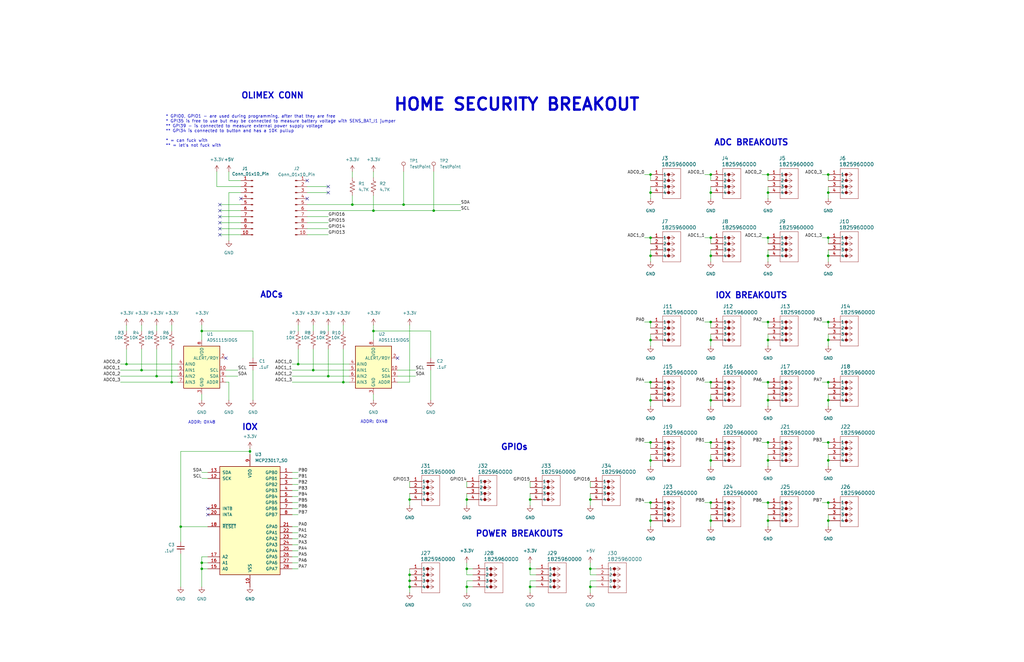
<source format=kicad_sch>
(kicad_sch (version 20250114) (generator "eeschema") (generator_version "9.0")
  (paper "B")
  (title_block (title "Home Security PWA") (date "2026-02-07") (rev "A") (company "Analog Bellwick"))
  (text "GPIOs" (at 211.074 190.246 0) (effects (font (size 2.54 2.54) (thickness 0.508) (bold yes)) (justify left bottom)))
  (text "HOME SECURITY BREAKOUT" (at 217.932 44.196 0) (effects (font (size 5.08 5.08) (thickness 1.016) (bold yes))))
  (text "ADC BREAKOUTS" (at 300.99 61.722 0) (effects (font (size 2.54 2.54) (thickness 0.508) (bold yes)) (justify left bottom)))
  (text "IOX" (at 105.41 180.34 0) (effects (font (size 2.54 2.54) (thickness 0.508) (bold yes))))
  (text "ADDR: 0X48" (at 85.09 178.308 0) (effects (font (size 1.27 1.27))))
  (text "IOX BREAKOUTS" (at 301.498 126.238 0) (effects (font (size 2.54 2.54) (thickness 0.508) (bold yes)) (justify left bottom)))
  (text "OLIMEX CONN" (at 101.6 41.91 0) (effects (font (size 2.54 2.54) (thickness 0.508) (bold yes)) (justify left bottom)))
  (text "POWER BREAKOUTS" (at 200.406 226.822 0) (effects (font (size 2.54 2.54) (thickness 0.508) (bold yes)) (justify left bottom)))
  (text "ADCs" (at 114.554 124.46 0) (effects (font (size 2.54 2.54) (thickness 0.508) (bold yes))))
  (text "ADDR: 0X48" (at 157.734 178.054 0) (effects (font (size 1.27 1.27))))
  (text "* GPIO0, GPIO1 - are used during programming, after that they are free\n* GPI35 is free to use but may be connected to measure battery voltage with SENS_BAT_I1 jumper\n** GPI39 - is connected to measure external power supply voltage\n** GPI34 is connected to button and has a 10K pullup\n\n* = can fuck with\n** = let's not fuck with" (at 69.85 62.23 0) (effects (font (size 1.27 1.27)) (justify left bottom)))
  (junction (at 349.25 143.51))
  (junction (at 323.85 135.89))
  (junction (at 323.85 81.28))
  (junction (at 349.25 107.95))
  (junction (at 274.32 219.71))
  (junction (at 299.72 219.71))
  (junction (at 323.85 73.66))
  (junction (at 323.85 107.95))
  (junction (at 274.32 73.66))
  (junction (at 148.59 86.36))
  (junction (at 349.25 186.69))
  (junction (at 274.32 168.91))
  (junction (at 349.25 161.29))
  (junction (at 299.72 212.09))
  (junction (at 323.85 186.69))
  (junction (at 66.04 158.75))
  (junction (at 299.72 100.33))
  (junction (at 138.43 158.75))
  (junction (at 85.09 237.49))
  (junction (at 172.72 247.65))
  (junction (at 323.85 168.91))
  (junction (at 248.92 247.65))
  (junction (at 349.25 194.31))
  (junction (at 72.39 161.29))
  (junction (at 323.85 194.31))
  (junction (at 323.85 219.71))
  (junction (at 349.25 73.66))
  (junction (at 274.32 194.31))
  (junction (at 299.72 107.95))
  (junction (at 85.09 139.7))
  (junction (at 299.72 186.69))
  (junction (at 274.32 100.33))
  (junction (at 172.72 242.57))
  (junction (at 132.08 156.21))
  (junction (at 299.72 73.66))
  (junction (at 299.72 161.29))
  (junction (at 299.72 168.91))
  (junction (at 144.78 161.29))
  (junction (at 349.25 100.33))
  (junction (at 76.2 222.25))
  (junction (at 349.25 135.89))
  (junction (at 299.72 194.31))
  (junction (at 172.72 245.11))
  (junction (at 105.41 190.5))
  (junction (at 196.85 210.82))
  (junction (at 182.88 88.9))
  (junction (at 248.92 240.03))
  (junction (at 196.85 240.03))
  (junction (at 172.72 210.82))
  (junction (at 53.34 153.67))
  (junction (at 59.69 156.21))
  (junction (at 349.25 168.91))
  (junction (at 323.85 161.29))
  (junction (at 349.25 212.09))
  (junction (at 274.32 186.69))
  (junction (at 157.48 139.7))
  (junction (at 274.32 161.29))
  (junction (at 299.72 135.89))
  (junction (at 323.85 143.51))
  (junction (at 274.32 135.89))
  (junction (at 196.85 247.65))
  (junction (at 349.25 219.71))
  (junction (at 248.92 210.82))
  (junction (at 223.52 240.03))
  (junction (at 299.72 81.28))
  (junction (at 85.09 240.03))
  (junction (at 125.73 153.67))
  (junction (at 170.18 86.36))
  (junction (at 274.32 212.09))
  (junction (at 223.52 210.82))
  (junction (at 223.52 247.65))
  (junction (at 323.85 212.09))
  (junction (at 274.32 107.95))
  (junction (at 274.32 81.28))
  (junction (at 299.72 143.51))
  (junction (at 274.32 143.51))
  (junction (at 323.85 100.33))
  (junction (at 157.48 88.9))
  (junction (at 349.25 81.28))
  (no_connect (at 101.6 83.82))
  (no_connect (at 92.71 88.9))
  (no_connect (at 138.43 78.74))
  (no_connect (at 167.64 151.13))
  (no_connect (at 92.71 91.44))
  (no_connect (at 138.43 81.28))
  (no_connect (at 95.25 151.13))
  (no_connect (at 87.63 214.63))
  (no_connect (at 129.54 76.2))
  (no_connect (at 92.71 96.52))
  (no_connect (at 129.54 83.82))
  (no_connect (at 92.71 86.36))
  (no_connect (at 92.71 93.98))
  (no_connect (at 87.63 217.17))
  (no_connect (at 92.71 99.06))
  (wire (pts (xy 95.25 156.21) (xy 100.33 156.21)))
  (wire (pts (xy 274.32 186.69) (xy 274.32 189.23)))
  (wire (pts (xy 87.63 234.95) (xy 85.09 234.95)))
  (wire (pts (xy 85.09 240.03) (xy 85.09 247.65)))
  (wire (pts (xy 323.85 219.71) (xy 323.85 222.25)))
  (wire (pts (xy 59.69 137.16) (xy 59.69 139.7)))
  (wire (pts (xy 297.18 186.69) (xy 299.72 186.69)))
  (wire (pts (xy 144.78 137.16) (xy 144.78 139.7)))
  (wire (pts (xy 123.19 209.55) (xy 125.73 209.55)))
  (wire (pts (xy 349.25 73.66) (xy 349.25 76.2)))
  (wire (pts (xy 223.52 240.03) (xy 223.52 237.49)))
  (wire (pts (xy 157.48 137.16) (xy 157.48 139.7)))
  (wire (pts (xy 85.09 137.16) (xy 85.09 139.7)))
  (wire (pts (xy 251.46 240.03) (xy 248.92 240.03)))
  (wire (pts (xy 323.85 73.66) (xy 323.85 76.2)))
  (wire (pts (xy 297.18 73.66) (xy 299.72 73.66)))
  (wire (pts (xy 274.32 140.97) (xy 274.32 143.51)))
  (wire (pts (xy 271.78 161.29) (xy 274.32 161.29)))
  (wire (pts (xy 223.52 250.19) (xy 223.52 247.65)))
  (wire (pts (xy 274.32 194.31) (xy 274.32 196.85)))
  (wire (pts (xy 248.92 245.11) (xy 251.46 245.11)))
  (wire (pts (xy 271.78 135.89) (xy 274.32 135.89)))
  (wire (pts (xy 181.61 156.21) (xy 181.61 168.91)))
  (wire (pts (xy 323.85 81.28) (xy 323.85 83.82)))
  (wire (pts (xy 123.19 229.87) (xy 125.73 229.87)))
  (wire (pts (xy 297.18 161.29) (xy 299.72 161.29)))
  (wire (pts (xy 223.52 242.57) (xy 223.52 240.03)))
  (wire (pts (xy 132.08 156.21) (xy 147.32 156.21)))
  (wire (pts (xy 76.2 233.68) (xy 76.2 247.65)))
  (wire (pts (xy 148.59 82.55) (xy 148.59 86.36)))
  (wire (pts (xy 274.32 143.51) (xy 274.32 146.05)))
  (wire (pts (xy 123.19 207.01) (xy 125.73 207.01)))
  (wire (pts (xy 95.25 158.75) (xy 100.33 158.75)))
  (wire (pts (xy 299.72 186.69) (xy 299.72 189.23)))
  (wire (pts (xy 349.25 219.71) (xy 349.25 222.25)))
  (wire (pts (xy 323.85 194.31) (xy 323.85 196.85)))
  (wire (pts (xy 123.19 224.79) (xy 125.73 224.79)))
  (wire (pts (xy 274.32 219.71) (xy 274.32 222.25)))
  (wire (pts (xy 157.48 72.39) (xy 157.48 74.93)))
  (wire (pts (xy 299.72 143.51) (xy 299.72 146.05)))
  (wire (pts (xy 85.09 201.93) (xy 87.63 201.93)))
  (wire (pts (xy 323.85 140.97) (xy 323.85 143.51)))
  (wire (pts (xy 349.25 78.74) (xy 349.25 81.28)))
  (wire (pts (xy 274.32 73.66) (xy 274.32 76.2)))
  (wire (pts (xy 297.18 100.33) (xy 299.72 100.33)))
  (wire (pts (xy 59.69 147.32) (xy 59.69 156.21)))
  (wire (pts (xy 299.72 100.33) (xy 299.72 102.87)))
  (wire (pts (xy 106.68 151.13) (xy 106.68 139.7)))
  (wire (pts (xy 349.25 161.29) (xy 349.25 163.83)))
  (wire (pts (xy 96.52 76.2) (xy 96.52 72.39)))
  (wire (pts (xy 125.73 153.67) (xy 147.32 153.67)))
  (wire (pts (xy 101.6 91.44) (xy 92.71 91.44)))
  (wire (pts (xy 76.2 222.25) (xy 87.63 222.25)))
  (wire (pts (xy 85.09 166.37) (xy 85.09 168.91)))
  (wire (pts (xy 323.85 100.33) (xy 323.85 102.87)))
  (wire (pts (xy 299.72 194.31) (xy 299.72 196.85)))
  (wire (pts (xy 125.73 137.16) (xy 125.73 139.7)))
  (wire (pts (xy 271.78 186.69) (xy 274.32 186.69)))
  (wire (pts (xy 323.85 168.91) (xy 323.85 171.45)))
  (wire (pts (xy 248.92 242.57) (xy 251.46 242.57)))
  (wire (pts (xy 346.71 161.29) (xy 349.25 161.29)))
  (wire (pts (xy 101.6 81.28) (xy 96.52 81.28)))
  (wire (pts (xy 50.8 158.75) (xy 66.04 158.75)))
  (wire (pts (xy 349.25 140.97) (xy 349.25 143.51)))
  (wire (pts (xy 181.61 139.7) (xy 157.48 139.7)))
  (wire (pts (xy 85.09 234.95) (xy 85.09 237.49)))
  (wire (pts (xy 299.72 212.09) (xy 299.72 214.63)))
  (wire (pts (xy 138.43 91.44) (xy 129.54 91.44)))
  (wire (pts (xy 248.92 247.65) (xy 248.92 245.11)))
  (wire (pts (xy 101.6 96.52) (xy 92.71 96.52)))
  (wire (pts (xy 297.18 212.09) (xy 299.72 212.09)))
  (wire (pts (xy 297.18 135.89) (xy 299.72 135.89)))
  (wire (pts (xy 123.19 212.09) (xy 125.73 212.09)))
  (wire (pts (xy 157.48 139.7) (xy 157.48 143.51)))
  (wire (pts (xy 299.72 81.28) (xy 299.72 83.82)))
  (wire (pts (xy 138.43 137.16) (xy 138.43 139.7)))
  (wire (pts (xy 123.19 217.17) (xy 125.73 217.17)))
  (wire (pts (xy 138.43 78.74) (xy 129.54 78.74)))
  (wire (pts (xy 346.71 73.66) (xy 349.25 73.66)))
  (wire (pts (xy 196.85 242.57) (xy 199.39 242.57)))
  (wire (pts (xy 349.25 217.17) (xy 349.25 219.71)))
  (wire (pts (xy 321.31 161.29) (xy 323.85 161.29)))
  (wire (pts (xy 123.19 161.29) (xy 144.78 161.29)))
  (wire (pts (xy 53.34 147.32) (xy 53.34 153.67)))
  (wire (pts (xy 349.25 186.69) (xy 349.25 189.23)))
  (wire (pts (xy 323.85 78.74) (xy 323.85 81.28)))
  (wire (pts (xy 101.6 86.36) (xy 92.71 86.36)))
  (wire (pts (xy 299.72 73.66) (xy 299.72 76.2)))
  (wire (pts (xy 248.92 208.28) (xy 248.92 210.82)))
  (wire (pts (xy 95.25 161.29) (xy 96.52 161.29)))
  (wire (pts (xy 50.8 156.21) (xy 59.69 156.21)))
  (wire (pts (xy 274.32 81.28) (xy 274.32 83.82)))
  (wire (pts (xy 323.85 191.77) (xy 323.85 194.31)))
  (wire (pts (xy 271.78 212.09) (xy 274.32 212.09)))
  (wire (pts (xy 196.85 247.65) (xy 196.85 245.11)))
  (wire (pts (xy 76.2 190.5) (xy 105.41 190.5)))
  (wire (pts (xy 157.48 82.55) (xy 157.48 88.9)))
  (wire (pts (xy 85.09 240.03) (xy 87.63 240.03)))
  (wire (pts (xy 349.25 105.41) (xy 349.25 107.95)))
  (wire (pts (xy 50.8 153.67) (xy 53.34 153.67)))
  (wire (pts (xy 196.85 242.57) (xy 196.85 240.03)))
  (wire (pts (xy 72.39 147.32) (xy 72.39 161.29)))
  (wire (pts (xy 105.41 189.23) (xy 105.41 190.5)))
  (wire (pts (xy 349.25 194.31) (xy 349.25 196.85)))
  (wire (pts (xy 299.72 217.17) (xy 299.72 219.71)))
  (wire (pts (xy 323.85 186.69) (xy 323.85 189.23)))
  (wire (pts (xy 299.72 161.29) (xy 299.72 163.83)))
  (wire (pts (xy 299.72 135.89) (xy 299.72 138.43)))
  (wire (pts (xy 196.85 250.19) (xy 196.85 247.65)))
  (wire (pts (xy 129.54 88.9) (xy 157.48 88.9)))
  (wire (pts (xy 76.2 228.6) (xy 76.2 222.25)))
  (wire (pts (xy 196.85 247.65) (xy 199.39 247.65)))
  (wire (pts (xy 346.71 100.33) (xy 349.25 100.33)))
  (wire (pts (xy 172.72 203.2) (xy 172.72 205.74)))
  (wire (pts (xy 196.85 203.2) (xy 196.85 205.74)))
  (wire (pts (xy 274.32 107.95) (xy 274.32 110.49)))
  (wire (pts (xy 323.85 143.51) (xy 323.85 146.05)))
  (wire (pts (xy 170.18 72.39) (xy 170.18 86.36)))
  (wire (pts (xy 123.19 153.67) (xy 125.73 153.67)))
  (wire (pts (xy 248.92 250.19) (xy 248.92 247.65)))
  (wire (pts (xy 323.85 107.95) (xy 323.85 110.49)))
  (wire (pts (xy 182.88 88.9) (xy 194.31 88.9)))
  (wire (pts (xy 321.31 135.89) (xy 323.85 135.89)))
  (wire (pts (xy 172.72 137.16) (xy 172.72 161.29)))
  (wire (pts (xy 196.85 240.03) (xy 196.85 237.49)))
  (wire (pts (xy 76.2 222.25) (xy 76.2 190.5)))
  (wire (pts (xy 223.52 247.65) (xy 223.52 245.11)))
  (wire (pts (xy 123.19 234.95) (xy 125.73 234.95)))
  (wire (pts (xy 349.25 107.95) (xy 349.25 110.49)))
  (wire (pts (xy 157.48 88.9) (xy 182.88 88.9)))
  (wire (pts (xy 274.32 191.77) (xy 274.32 194.31)))
  (wire (pts (xy 144.78 147.32) (xy 144.78 161.29)))
  (wire (pts (xy 170.18 86.36) (xy 194.31 86.36)))
  (wire (pts (xy 123.19 199.39) (xy 125.73 199.39)))
  (wire (pts (xy 271.78 73.66) (xy 274.32 73.66)))
  (wire (pts (xy 274.32 105.41) (xy 274.32 107.95)))
  (wire (pts (xy 123.19 204.47) (xy 125.73 204.47)))
  (wire (pts (xy 321.31 212.09) (xy 323.85 212.09)))
  (wire (pts (xy 129.54 86.36) (xy 148.59 86.36)))
  (wire (pts (xy 59.69 156.21) (xy 74.93 156.21)))
  (wire (pts (xy 299.72 105.41) (xy 299.72 107.95)))
  (wire (pts (xy 349.25 135.89) (xy 349.25 138.43)))
  (wire (pts (xy 223.52 240.03) (xy 226.06 240.03)))
  (wire (pts (xy 299.72 140.97) (xy 299.72 143.51)))
  (wire (pts (xy 53.34 153.67) (xy 74.93 153.67)))
  (wire (pts (xy 223.52 208.28) (xy 223.52 210.82)))
  (wire (pts (xy 91.44 78.74) (xy 91.44 72.39)))
  (wire (pts (xy 101.6 88.9) (xy 92.71 88.9)))
  (wire (pts (xy 182.88 72.39) (xy 182.88 88.9)))
  (wire (pts (xy 299.72 166.37) (xy 299.72 168.91)))
  (wire (pts (xy 248.92 242.57) (xy 248.92 240.03)))
  (wire (pts (xy 274.32 78.74) (xy 274.32 81.28)))
  (wire (pts (xy 138.43 158.75) (xy 147.32 158.75)))
  (wire (pts (xy 274.32 100.33) (xy 274.32 102.87)))
  (wire (pts (xy 172.72 245.11) (xy 172.72 247.65)))
  (wire (pts (xy 321.31 100.33) (xy 323.85 100.33)))
  (wire (pts (xy 196.85 245.11) (xy 199.39 245.11)))
  (wire (pts (xy 123.19 232.41) (xy 125.73 232.41)))
  (wire (pts (xy 323.85 212.09) (xy 323.85 214.63)))
  (wire (pts (xy 101.6 93.98) (xy 92.71 93.98)))
  (wire (pts (xy 101.6 76.2) (xy 96.52 76.2)))
  (wire (pts (xy 274.32 217.17) (xy 274.32 219.71)))
  (wire (pts (xy 248.92 203.2) (xy 248.92 205.74)))
  (wire (pts (xy 72.39 137.16) (xy 72.39 139.7)))
  (wire (pts (xy 172.72 242.57) (xy 172.72 245.11)))
  (wire (pts (xy 101.6 78.74) (xy 91.44 78.74)))
  (wire (pts (xy 172.72 247.65) (xy 172.72 250.19)))
  (wire (pts (xy 172.72 210.82) (xy 172.72 213.36)))
  (wire (pts (xy 349.25 81.28) (xy 349.25 83.82)))
  (wire (pts (xy 248.92 247.65) (xy 251.46 247.65)))
  (wire (pts (xy 138.43 96.52) (xy 129.54 96.52)))
  (wire (pts (xy 96.52 81.28) (xy 96.52 101.6)))
  (wire (pts (xy 123.19 222.25) (xy 125.73 222.25)))
  (wire (pts (xy 132.08 137.16) (xy 132.08 139.7)))
  (wire (pts (xy 274.32 168.91) (xy 274.32 171.45)))
  (wire (pts (xy 172.72 240.03) (xy 172.72 242.57)))
  (wire (pts (xy 53.34 137.16) (xy 53.34 139.7)))
  (wire (pts (xy 123.19 240.03) (xy 125.73 240.03)))
  (wire (pts (xy 123.19 156.21) (xy 132.08 156.21)))
  (wire (pts (xy 172.72 208.28) (xy 172.72 210.82)))
  (wire (pts (xy 167.64 158.75) (xy 175.26 158.75)))
  (wire (pts (xy 223.52 210.82) (xy 223.52 213.36)))
  (wire (pts (xy 349.25 100.33) (xy 349.25 102.87)))
  (wire (pts (xy 66.04 158.75) (xy 74.93 158.75)))
  (wire (pts (xy 123.19 227.33) (xy 125.73 227.33)))
  (wire (pts (xy 123.19 237.49) (xy 125.73 237.49)))
  (wire (pts (xy 85.09 237.49) (xy 85.09 240.03)))
  (wire (pts (xy 196.85 210.82) (xy 196.85 213.36)))
  (wire (pts (xy 96.52 161.29) (xy 96.52 168.91)))
  (wire (pts (xy 196.85 240.03) (xy 199.39 240.03)))
  (wire (pts (xy 274.32 166.37) (xy 274.32 168.91)))
  (wire (pts (xy 248.92 240.03) (xy 248.92 237.49)))
  (wire (pts (xy 248.92 210.82) (xy 248.92 213.36)))
  (wire (pts (xy 123.19 158.75) (xy 138.43 158.75)))
  (wire (pts (xy 346.71 212.09) (xy 349.25 212.09)))
  (wire (pts (xy 138.43 81.28) (xy 129.54 81.28)))
  (wire (pts (xy 223.52 245.11) (xy 226.06 245.11)))
  (wire (pts (xy 349.25 191.77) (xy 349.25 194.31)))
  (wire (pts (xy 196.85 208.28) (xy 196.85 210.82)))
  (wire (pts (xy 323.85 166.37) (xy 323.85 168.91)))
  (wire (pts (xy 144.78 161.29) (xy 147.32 161.29)))
  (wire (pts (xy 323.85 105.41) (xy 323.85 107.95)))
  (wire (pts (xy 138.43 93.98) (xy 129.54 93.98)))
  (wire (pts (xy 321.31 186.69) (xy 323.85 186.69)))
  (wire (pts (xy 167.64 161.29) (xy 172.72 161.29)))
  (wire (pts (xy 321.31 73.66) (xy 323.85 73.66)))
  (wire (pts (xy 349.25 212.09) (xy 349.25 214.63)))
  (wire (pts (xy 138.43 99.06) (xy 129.54 99.06)))
  (wire (pts (xy 125.73 147.32) (xy 125.73 153.67)))
  (wire (pts (xy 223.52 203.2) (xy 223.52 205.74)))
  (wire (pts (xy 101.6 99.06) (xy 92.71 99.06)))
  (wire (pts (xy 105.41 190.5) (xy 105.41 191.77)))
  (wire (pts (xy 223.52 242.57) (xy 226.06 242.57)))
  (wire (pts (xy 299.72 191.77) (xy 299.72 194.31)))
  (wire (pts (xy 66.04 147.32) (xy 66.04 158.75)))
  (wire (pts (xy 274.32 135.89) (xy 274.32 138.43)))
  (wire (pts (xy 323.85 135.89) (xy 323.85 138.43)))
  (wire (pts (xy 50.8 161.29) (xy 72.39 161.29)))
  (wire (pts (xy 299.72 78.74) (xy 299.72 81.28)))
  (wire (pts (xy 72.39 161.29) (xy 74.93 161.29)))
  (wire (pts (xy 271.78 100.33) (xy 274.32 100.33)))
  (wire (pts (xy 274.32 212.09) (xy 274.32 214.63)))
  (wire (pts (xy 323.85 161.29) (xy 323.85 163.83)))
  (wire (pts (xy 148.59 86.36) (xy 170.18 86.36)))
  (wire (pts (xy 132.08 147.32) (xy 132.08 156.21)))
  (wire (pts (xy 349.25 143.51) (xy 349.25 146.05)))
  (wire (pts (xy 123.19 214.63) (xy 125.73 214.63)))
  (wire (pts (xy 346.71 186.69) (xy 349.25 186.69)))
  (wire (pts (xy 349.25 166.37) (xy 349.25 168.91)))
  (wire (pts (xy 299.72 168.91) (xy 299.72 171.45)))
  (wire (pts (xy 85.09 237.49) (xy 87.63 237.49)))
  (wire (pts (xy 138.43 147.32) (xy 138.43 158.75)))
  (wire (pts (xy 299.72 219.71) (xy 299.72 222.25)))
  (wire (pts (xy 157.48 166.37) (xy 157.48 168.91)))
  (wire (pts (xy 274.32 161.29) (xy 274.32 163.83)))
  (wire (pts (xy 85.09 139.7) (xy 85.09 143.51)))
  (wire (pts (xy 148.59 72.39) (xy 148.59 74.93)))
  (wire (pts (xy 85.09 139.7) (xy 106.68 139.7)))
  (wire (pts (xy 123.19 201.93) (xy 125.73 201.93)))
  (wire (pts (xy 85.09 199.39) (xy 87.63 199.39)))
  (wire (pts (xy 323.85 217.17) (xy 323.85 219.71)))
  (wire (pts (xy 167.64 156.21) (xy 175.26 156.21)))
  (wire (pts (xy 299.72 107.95) (xy 299.72 110.49)))
  (wire (pts (xy 223.52 247.65) (xy 226.06 247.65)))
  (wire (pts (xy 181.61 151.13) (xy 181.61 139.7)))
  (wire (pts (xy 66.04 137.16) (xy 66.04 139.7)))
  (wire (pts (xy 349.25 168.91) (xy 349.25 171.45)))
  (wire (pts (xy 106.68 156.21) (xy 106.68 168.91)))
  (wire (pts (xy 346.71 135.89) (xy 349.25 135.89)))
  (label "ADC0_0" (at 271.78 73.66 180))
  (label "PA2" (at 321.31 135.89 180) (effects (font (thickness 0.1588))))
  (label "PA3" (at 125.73 229.87 0) (effects (font (thickness 0.1588))))
  (label "ADC1_3" (at 346.71 100.33 180))
  (label "ADC1_0" (at 123.19 153.67 180))
  (label "PA0" (at 125.73 222.25 0) (effects (font (thickness 0.1588))))
  (label "ADC1_3" (at 123.19 161.29 180))
  (label "ADC1_1" (at 297.18 100.33 180))
  (label "PB2" (at 321.31 186.69 180) (effects (font (thickness 0.1588))))
  (label "GPIO13" (at 138.43 99.06 0))
  (label "PA0" (at 271.78 135.89 180) (effects (font (thickness 0.1588))))
  (label "ADC0_0" (at 50.8 153.67 180))
  (label "ADC0_2" (at 321.31 73.66 180))
  (label "PB0" (at 271.78 186.69 180) (effects (font (thickness 0.1588))))
  (label "PA1" (at 297.18 135.89 180) (effects (font (thickness 0.1588))))
  (label "SCL" (at 194.31 88.9 0))
  (label "PB3" (at 125.73 207.01 0) (effects (font (thickness 0.1588))))
  (label "ADC0_2" (at 50.8 158.75 180))
  (label "ADC1_2" (at 321.31 100.33 180))
  (label "ADC1_1" (at 123.19 156.21 180))
  (label "PA1" (at 125.73 224.79 0) (effects (font (thickness 0.1588))))
  (label "ADC1_2" (at 123.19 158.75 180))
  (label "PB6" (at 321.31 212.09 180) (effects (font (thickness 0.1588))))
  (label "ADC0_3" (at 50.8 161.29 180))
  (label "PA5" (at 297.18 161.29 180) (effects (font (thickness 0.1588))))
  (label "ADC0_1" (at 297.18 73.66 180))
  (label "GPIO16" (at 248.92 203.2 180))
  (label "PA7" (at 125.73 240.03 0) (effects (font (thickness 0.1588))))
  (label "PA4" (at 271.78 161.29 180) (effects (font (thickness 0.1588))))
  (label "GPIO15" (at 223.52 203.2 180))
  (label "PB3" (at 346.71 186.69 180) (effects (font (thickness 0.1588))))
  (label "GPIO14" (at 138.43 96.52 0))
  (label "PA3" (at 346.71 135.89 180) (effects (font (thickness 0.1588))))
  (label "PB4" (at 271.78 212.09 180) (effects (font (thickness 0.1588))))
  (label "PA6" (at 321.31 161.29 180) (effects (font (thickness 0.1588))))
  (label "PA5" (at 125.73 234.95 0) (effects (font (thickness 0.1588))))
  (label "PA2" (at 125.73 227.33 0) (effects (font (thickness 0.1588))))
  (label "PB1" (at 297.18 186.69 180) (effects (font (thickness 0.1588))))
  (label "GPIO14" (at 196.85 203.2 180))
  (label "PB2" (at 125.73 204.47 0) (effects (font (thickness 0.1588))))
  (label "PA6" (at 125.73 237.49 0) (effects (font (thickness 0.1588))))
  (label "PA7" (at 346.71 161.29 180) (effects (font (thickness 0.1588))))
  (label "PB5" (at 125.73 212.09 0) (effects (font (thickness 0.1588))))
  (label "PA4" (at 125.73 232.41 0) (effects (font (thickness 0.1588))))
  (label "PB5" (at 297.18 212.09 180) (effects (font (thickness 0.1588))))
  (label "SCL" (at 85.09 201.93 180))
  (label "PB4" (at 125.73 209.55 0) (effects (font (thickness 0.1588))))
  (label "PB7" (at 346.71 212.09 180) (effects (font (thickness 0.1588))))
  (label "GPIO16" (at 138.43 91.44 0))
  (label "SDA" (at 100.33 158.75 0))
  (label "SCL" (at 100.33 156.21 0))
  (label "ADC1_0" (at 271.78 100.33 180))
  (label "PB1" (at 125.73 201.93 0) (effects (font (thickness 0.1588))))
  (label "ADC0_3" (at 346.71 73.66 180))
  (label "PB0" (at 125.73 199.39 0) (effects (font (thickness 0.1588))))
  (label "SDA" (at 85.09 199.39 180))
  (label "GPIO15" (at 138.43 93.98 0))
  (label "PB6" (at 125.73 214.63 0) (effects (font (thickness 0.1588))))
  (label "PB7" (at 125.73 217.17 0) (effects (font (thickness 0.1588))))
  (label "GPIO13" (at 172.72 203.2 180))
  (label "ADC0_1" (at 50.8 156.21 180))
  (label "SCL" (at 175.26 156.21 0))
  (label "SDA" (at 194.31 86.36 0))
  (label "SDA" (at 175.26 158.75 0))
  (symbol (lib_id "power:GND") (at 181.61 168.91 0) (unit 1)
    (property "Reference" "#PWR033" (effects (hide yes)))
    (property "Value" "GND" (at 181.61 173.99 0))
    (property "Description" "Power symbol creates a global label with name \"GND\" , ground" (effects (hide yes)))
  )
  (symbol (lib_id "1825960000:1825960000") (at 274.32 135.89 0) (unit 1)
    (property "Reference" "J11" (at 279.4 129.286 0) (effects (font (size 1.524 1.524)) (justify left)))
    (property "Value" "1825960000" (at 279.4 131.826 0) (effects (font (size 1.524 1.524)) (justify left)))
    (property "Footprint" "footprint:CONN_1825960000_WED" (effects (hide yes)))
    (property "Datasheet" "1825960000" (effects (hide yes)))
  )
  (symbol (lib_id "Device:R_US") (at 59.69 143.51 0) (mirror y) (unit 1)
    (property "Reference" "R4" (at 58.674 140.462 0) (effects (justify left)))
    (property "Value" "10K" (at 58.42 142.494 0) (effects (justify left)))
    (property "Footprint" "Resistor_SMD:R_0805_2012Metric_Pad1.20x1.40mm_HandSolder" (effects (hide yes)))
    (property "Description" "Resistor, US symbol" (effects (hide yes)))
  )
  (symbol (lib_id "1825960000:1825960000") (at 323.85 212.09 0) (unit 1)
    (property "Reference" "J25" (at 328.93 205.486 0) (effects (font (size 1.524 1.524)) (justify left)))
    (property "Value" "1825960000" (at 328.93 208.026 0) (effects (font (size 1.524 1.524)) (justify left)))
    (property "Footprint" "footprint:CONN_1825960000_WED" (effects (hide yes)))
    (property "Datasheet" "1825960000" (effects (hide yes)))
  )
  (symbol (lib_id "power:GND") (at 274.32 196.85 0) (unit 1)
    (property "Reference" "#PWR039" (effects (hide yes)))
    (property "Value" "GND" (at 274.32 201.93 0))
    (property "Description" "Power symbol creates a global label with name \"GND\" , ground" (effects (hide yes)))
  )
  (symbol (lib_id "1825960000:1825960000") (at 251.46 240.03 0) (unit 1)
    (property "Reference" "J30" (at 256.032 233.426 0) (effects (font (size 1.524 1.524)) (justify left)))
    (property "Value" "1825960000" (at 256.032 235.966 0) (effects (font (size 1.524 1.524)) (justify left)))
    (property "Footprint" "footprint:CONN_1825960000_WED" (effects (hide yes)))
    (property "Datasheet" "1825960000" (effects (hide yes)))
  )
  (symbol (lib_id "1825960000:1825960000") (at 349.25 135.89 0) (unit 1)
    (property "Reference" "J14" (at 354.33 129.286 0) (effects (font (size 1.524 1.524)) (justify left)))
    (property "Value" "1825960000" (at 354.33 131.826 0) (effects (font (size 1.524 1.524)) (justify left)))
    (property "Footprint" "footprint:CONN_1825960000_WED" (effects (hide yes)))
    (property "Datasheet" "1825960000" (effects (hide yes)))
  )
  (symbol (lib_id "power:+3.3V") (at 85.09 137.16 0) (unit 1)
    (property "Reference" "#PWR018" (effects (hide yes)))
    (property "Value" "+3.3V" (at 85.09 132.08 0))
    (property "Description" "Power symbol creates a global label with name \"+3.3V\"" (effects (hide yes)))
  )
  (symbol (lib_id "power:+3.3V") (at 138.43 137.16 0) (unit 1)
    (property "Reference" "#PWR021" (effects (hide yes)))
    (property "Value" "+3.3V" (at 138.43 132.08 0))
    (property "Description" "Power symbol creates a global label with name \"+3.3V\"" (effects (hide yes)))
  )
  (symbol (lib_id "power:GND") (at 299.72 196.85 0) (unit 1)
    (property "Reference" "#PWR040" (effects (hide yes)))
    (property "Value" "GND" (at 299.72 201.93 0))
    (property "Description" "Power symbol creates a global label with name \"GND\" , ground" (effects (hide yes)))
  )
  (symbol (lib_id "power:GND") (at 323.85 222.25 0) (unit 1)
    (property "Reference" "#PWR045" (effects (hide yes)))
    (property "Value" "GND" (at 323.85 227.33 0))
    (property "Description" "Power symbol creates a global label with name \"GND\" , ground" (effects (hide yes)))
  )
  (symbol (lib_id "1825960000:1825960000") (at 349.25 186.69 0) (unit 1)
    (property "Reference" "J22" (at 354.33 180.086 0) (effects (font (size 1.524 1.524)) (justify left)))
    (property "Value" "1825960000" (at 354.33 182.626 0) (effects (font (size 1.524 1.524)) (justify left)))
    (property "Footprint" "footprint:CONN_1825960000_WED" (effects (hide yes)))
    (property "Datasheet" "1825960000" (effects (hide yes)))
  )
  (symbol (lib_id "power:GND") (at 323.85 83.82 0) (unit 1)
    (property "Reference" "#PWR08" (effects (hide yes)))
    (property "Value" "GND" (at 323.85 88.9 0))
    (property "Description" "Power symbol creates a global label with name \"GND\" , ground" (effects (hide yes)))
  )
  (symbol (lib_id "power:GND") (at 157.48 168.91 0) (unit 1)
    (property "Reference" "#PWR032" (effects (hide yes)))
    (property "Value" "GND" (at 157.48 173.99 0))
    (property "Description" "Power symbol creates a global label with name \"GND\" , ground" (effects (hide yes)))
  )
  (symbol (lib_id "Device:R_US") (at 66.04 143.51 0) (mirror y) (unit 1)
    (property "Reference" "R5" (at 65.024 140.462 0) (effects (justify left)))
    (property "Value" "10K" (at 64.77 142.494 0) (effects (justify left)))
    (property "Footprint" "Resistor_SMD:R_0805_2012Metric_Pad1.20x1.40mm_HandSolder" (effects (hide yes)))
    (property "Description" "Resistor, US symbol" (effects (hide yes)))
  )
  (symbol (lib_id "1825960000:1825960000") (at 349.25 73.66 0) (unit 1)
    (property "Reference" "J6" (at 353.822 66.802 0) (effects (font (size 1.524 1.524)) (justify left)))
    (property "Value" "1825960000" (at 353.822 69.342 0) (effects (font (size 1.524 1.524)) (justify left)))
    (property "Footprint" "footprint:CONN_1825960000_WED" (effects (hide yes)))
    (property "Datasheet" "1825960000" (effects (hide yes)))
  )
  (symbol (lib_id "1825960000:1825960000") (at 349.25 161.29 0) (unit 1)
    (property "Reference" "J18" (at 354.33 154.686 0) (effects (font (size 1.524 1.524)) (justify left)))
    (property "Value" "1825960000" (at 354.33 157.226 0) (effects (font (size 1.524 1.524)) (justify left)))
    (property "Footprint" "footprint:CONN_1825960000_WED" (effects (hide yes)))
    (property "Datasheet" "1825960000" (effects (hide yes)))
  )
  (symbol (lib_id "power:+3.3V") (at 223.52 237.49 0) (unit 1)
    (property "Reference" "#PWR053" (effects (hide yes)))
    (property "Value" "+3.3V" (at 223.52 232.41 0))
    (property "Description" "Power symbol creates a global label with name \"+3.3V\"" (effects (hide yes)))
  )
  (symbol (lib_id "Device:C_Small") (at 106.68 153.67 0) (mirror y) (unit 1)
    (property "Reference" "C1" (at 109.22 152.4062 0) (effects (justify right)))
    (property "Value" ".1uF" (at 109.22 154.9462 0) (effects (justify right)))
    (property "Footprint" "Capacitor_SMD:C_0805_2012Metric_Pad1.18x1.45mm_HandSolder" (effects (hide yes)))
    (property "Description" "Unpolarized capacitor, small symbol" (effects (hide yes)))
  )
  (symbol (lib_id "power:GND") (at 323.85 171.45 0) (unit 1)
    (property "Reference" "#PWR036" (effects (hide yes)))
    (property "Value" "GND" (at 323.85 176.53 0))
    (property "Description" "Power symbol creates a global label with name \"GND\" , ground" (effects (hide yes)))
  )
  (symbol (lib_id "Connector:Conn_01x10_Pin") (at 124.46 86.36 0) (unit 1)
    (property "Reference" "J2" (at 125.095 71.12 0))
    (property "Value" "Conn_01x10_Pin" (at 125.095 73.66 0))
    (property "Footprint" "footprint:PPTC101LFBN-RC" (effects (hide yes)))
    (property "Description" "Generic connector, single row, 01x10, script generated" (effects (hide yes)))
  )
  (symbol (lib_id "Interface_Expansion:MCP23017_SO") (at 105.41 219.71 0) (unit 1)
    (property "Reference" "U3" (at 107.5533 191.77 0) (effects (justify left)))
    (property "Value" "MCP23017_SO" (at 107.5533 194.31 0) (effects (justify left)))
    (property "Footprint" "Package_SO:SOIC-28W_7.5x17.9mm_P1.27mm" (effects (hide yes)))
    (property "Datasheet" "https://ww1.microchip.com/downloads/aemDocuments/documents/APID/ProductDocuments/DataSheets/MCP23017-Data-Sheet-DS20001952.pdf" (effects (hide yes)))
    (property "Description" "16-bit I/O expander, I2C, interrupts, w pull-ups, GPA/B7 output only (https://microchip.my.site.com/s/article/GPA7---GPB7-Cannot-Be-Used-as-Inputs-In-MCP23017),  SOIC-28" (effects (hide yes)))
  )
  (symbol (lib_id "1825960000:1825960000") (at 248.92 203.2 0) (unit 1)
    (property "Reference" "J34" (at 253.492 196.596 0) (effects (font (size 1.524 1.524)) (justify left)))
    (property "Value" "1825960000" (at 253.492 199.136 0) (effects (font (size 1.524 1.524)) (justify left)))
    (property "Footprint" "footprint:CONN_1825960000_WED" (effects (hide yes)))
    (property "Datasheet" "1825960000" (effects (hide yes)))
  )
  (symbol (lib_id "power:GND") (at 349.25 196.85 0) (unit 1)
    (property "Reference" "#PWR042" (effects (hide yes)))
    (property "Value" "GND" (at 349.25 201.93 0))
    (property "Description" "Power symbol creates a global label with name \"GND\" , ground" (effects (hide yes)))
  )
  (symbol (lib_id "power:GND") (at 248.92 213.36 0) (unit 1)
    (property "Reference" "#PWR057" (effects (hide yes)))
    (property "Value" "GND" (at 248.92 218.44 0))
    (property "Description" "Power symbol creates a global label with name \"GND\" , ground" (effects (hide yes)))
  )
  (symbol (lib_id "1825960000:1825960000") (at 323.85 73.66 0) (unit 1)
    (property "Reference" "J5" (at 328.422 66.802 0) (effects (font (size 1.524 1.524)) (justify left)))
    (property "Value" "1825960000" (at 328.422 69.342 0) (effects (font (size 1.524 1.524)) (justify left)))
    (property "Footprint" "footprint:CONN_1825960000_WED" (effects (hide yes)))
    (property "Datasheet" "1825960000" (effects (hide yes)))
  )
  (symbol (lib_id "Device:R_US") (at 138.43 143.51 0) (mirror y) (unit 1)
    (property "Reference" "R9" (at 137.414 140.462 0) (effects (justify left)))
    (property "Value" "10K" (at 137.16 142.494 0) (effects (justify left)))
    (property "Footprint" "Resistor_SMD:R_0805_2012Metric_Pad1.20x1.40mm_HandSolder" (effects (hide yes)))
    (property "Description" "Resistor, US symbol" (effects (hide yes)))
  )
  (symbol (lib_id "power:+3.3V") (at 144.78 137.16 0) (unit 1)
    (property "Reference" "#PWR022" (effects (hide yes)))
    (property "Value" "+3.3V" (at 144.78 132.08 0))
    (property "Description" "Power symbol creates a global label with name \"+3.3V\"" (effects (hide yes)))
  )
  (symbol (lib_id "power:GND") (at 349.25 83.82 0) (unit 1)
    (property "Reference" "#PWR09" (effects (hide yes)))
    (property "Value" "GND" (at 349.25 88.9 0))
    (property "Description" "Power symbol creates a global label with name \"GND\" , ground" (effects (hide yes)))
  )
  (symbol (lib_id "power:+3.3V") (at 125.73 137.16 0) (unit 1)
    (property "Reference" "#PWR019" (effects (hide yes)))
    (property "Value" "+3.3V" (at 125.73 132.08 0))
    (property "Description" "Power symbol creates a global label with name \"+3.3V\"" (effects (hide yes)))
  )
  (symbol (lib_id "power:GND") (at 96.52 168.91 0) (unit 1)
    (property "Reference" "#PWR030" (effects (hide yes)))
    (property "Value" "GND" (at 96.52 173.99 0))
    (property "Description" "Power symbol creates a global label with name \"GND\" , ground" (effects (hide yes)))
  )
  (symbol (lib_id "1825960000:1825960000") (at 299.72 100.33 0) (unit 1)
    (property "Reference" "J8" (at 304.292 93.472 0) (effects (font (size 1.524 1.524)) (justify left)))
    (property "Value" "1825960000" (at 304.292 96.012 0) (effects (font (size 1.524 1.524)) (justify left)))
    (property "Footprint" "footprint:CONN_1825960000_WED" (effects (hide yes)))
    (property "Datasheet" "1825960000" (effects (hide yes)))
  )
  (symbol (lib_id "power:GND") (at 96.52 101.6 0) (unit 1)
    (property "Reference" "#PWR05" (effects (hide yes)))
    (property "Value" "GND" (at 96.52 106.68 0))
    (property "Description" "Power symbol creates a global label with name \"GND\" , ground" (effects (hide yes)))
  )
  (symbol (lib_id "power:GND") (at 349.25 110.49 0) (unit 1)
    (property "Reference" "#PWR013" (effects (hide yes)))
    (property "Value" "GND" (at 349.25 115.57 0))
    (property "Description" "Power symbol creates a global label with name \"GND\" , ground" (effects (hide yes)))
  )
  (symbol (lib_id "1825960000:1825960000") (at 323.85 161.29 0) (unit 1)
    (property "Reference" "J17" (at 328.93 154.686 0) (effects (font (size 1.524 1.524)) (justify left)))
    (property "Value" "1825960000" (at 328.93 157.226 0) (effects (font (size 1.524 1.524)) (justify left)))
    (property "Footprint" "footprint:CONN_1825960000_WED" (effects (hide yes)))
    (property "Datasheet" "1825960000" (effects (hide yes)))
  )
  (symbol (lib_id "power:GND") (at 106.68 168.91 0) (unit 1)
    (property "Reference" "#PWR031" (effects (hide yes)))
    (property "Value" "GND" (at 106.68 173.99 0))
    (property "Description" "Power symbol creates a global label with name \"GND\" , ground" (effects (hide yes)))
  )
  (symbol (lib_id "power:GND") (at 349.25 146.05 0) (unit 1)
    (property "Reference" "#PWR028" (effects (hide yes)))
    (property "Value" "GND" (at 349.25 151.13 0))
    (property "Description" "Power symbol creates a global label with name \"GND\" , ground" (effects (hide yes)))
  )
  (symbol (lib_id "1825960000:1825960000") (at 172.72 240.03 0) (unit 1)
    (property "Reference" "J27" (at 177.292 233.426 0) (effects (font (size 1.524 1.524)) (justify left)))
    (property "Value" "1825960000" (at 177.292 235.966 0) (effects (font (size 1.524 1.524)) (justify left)))
    (property "Footprint" "footprint:CONN_1825960000_WED" (effects (hide yes)))
    (property "Datasheet" "1825960000" (effects (hide yes)))
  )
  (symbol (lib_id "Device:R_US") (at 148.59 78.74 0) (unit 1)
    (property "Reference" "R1" (at 151.13 77.4699 0) (effects (justify left)))
    (property "Value" "4.7K" (at 151.13 80.0099 0) (effects (justify left)))
    (property "Footprint" "Resistor_SMD:R_0805_2012Metric_Pad1.20x1.40mm_HandSolder" (effects (hide yes)))
    (property "Description" "Resistor, US symbol" (effects (hide yes)))
  )
  (symbol (lib_id "power:GND") (at 196.85 250.19 0) (unit 1)
    (property "Reference" "#PWR054" (effects (hide yes)))
    (property "Value" "GND" (at 196.85 255.27 0))
    (property "Description" "Power symbol creates a global label with name \"GND\" , ground" (effects (hide yes)))
  )
  (symbol (lib_id "1825960000:1825960000") (at 299.72 161.29 0) (unit 1)
    (property "Reference" "J16" (at 304.8 154.686 0) (effects (font (size 1.524 1.524)) (justify left)))
    (property "Value" "1825960000" (at 304.8 157.226 0) (effects (font (size 1.524 1.524)) (justify left)))
    (property "Footprint" "footprint:CONN_1825960000_WED" (effects (hide yes)))
    (property "Datasheet" "1825960000" (effects (hide yes)))
  )
  (symbol (lib_id "power:GND") (at 323.85 146.05 0) (unit 1)
    (property "Reference" "#PWR027" (effects (hide yes)))
    (property "Value" "GND" (at 323.85 151.13 0))
    (property "Description" "Power symbol creates a global label with name \"GND\" , ground" (effects (hide yes)))
  )
  (symbol (lib_id "Connector:TestPoint") (at 182.88 72.39 0) (unit 1)
    (property "Reference" "TP2" (at 185.42 67.8179 0) (effects (justify left)))
    (property "Value" "TestPoint" (at 185.42 70.3579 0) (effects (justify left)))
    (property "Footprint" "TestPoint:TestPoint_THTPad_D2.0mm_Drill1.0mm" (effects (hide yes)))
    (property "Description" "test point" (effects (hide yes)))
  )
  (symbol (lib_id "power:+3.3V") (at 157.48 72.39 0) (unit 1)
    (property "Reference" "#PWR04" (effects (hide yes)))
    (property "Value" "+3.3V" (at 157.48 67.31 0))
    (property "Description" "Power symbol creates a global label with name \"+3.3V\"" (effects (hide yes)))
  )
  (symbol (lib_id "power:GND") (at 274.32 222.25 0) (unit 1)
    (property "Reference" "#PWR043" (effects (hide yes)))
    (property "Value" "GND" (at 274.32 227.33 0))
    (property "Description" "Power symbol creates a global label with name \"GND\" , ground" (effects (hide yes)))
  )
  (symbol (lib_id "1825960000:1825960000") (at 199.39 240.03 0) (unit 1)
    (property "Reference" "J28" (at 203.962 233.426 0) (effects (font (size 1.524 1.524)) (justify left)))
    (property "Value" "1825960000" (at 203.962 235.966 0) (effects (font (size 1.524 1.524)) (justify left)))
    (property "Footprint" "footprint:CONN_1825960000_WED" (effects (hide yes)))
    (property "Datasheet" "1825960000" (effects (hide yes)))
  )
  (symbol (lib_id "Analog_ADC:ADS1115IDGS") (at 85.09 156.21 0) (unit 1)
    (property "Reference" "U1" (at 87.2333 140.97 0) (effects (justify left)))
    (property "Value" "ADS1115IDGS" (at 87.2333 143.51 0) (effects (justify left)))
    (property "Footprint" "Package_SO:TSSOP-10_3x3mm_P0.5mm" (effects (hide yes)))
    (property "Datasheet" "http://www.ti.com/lit/ds/symlink/ads1113.pdf" (effects (hide yes)))
    (property "Description" "Ultra-Small, Low-Power, I2C-Compatible, 860-SPS, 16-Bit ADCs With Internal Reference, Oscillator, and Programmable Comparator, VSSOP-10" (effects (hide yes)))
  )
  (symbol (lib_id "1825960000:1825960000") (at 299.72 212.09 0) (unit 1)
    (property "Reference" "J24" (at 304.8 205.486 0) (effects (font (size 1.524 1.524)) (justify left)))
    (property "Value" "1825960000" (at 304.8 208.026 0) (effects (font (size 1.524 1.524)) (justify left)))
    (property "Footprint" "footprint:CONN_1825960000_WED" (effects (hide yes)))
    (property "Datasheet" "1825960000" (effects (hide yes)))
  )
  (symbol (lib_id "1825960000:1825960000") (at 274.32 100.33 0) (unit 1)
    (property "Reference" "J7" (at 278.892 93.472 0) (effects (font (size 1.524 1.524)) (justify left)))
    (property "Value" "1825960000" (at 278.892 96.012 0) (effects (font (size 1.524 1.524)) (justify left)))
    (property "Footprint" "footprint:CONN_1825960000_WED" (effects (hide yes)))
    (property "Datasheet" "1825960000" (effects (hide yes)))
  )
  (symbol (lib_id "Device:C_Small") (at 76.2 231.14 0) (unit 1)
    (property "Reference" "C3" (at 73.66 229.8762 0) (effects (justify right)))
    (property "Value" ".1uF" (at 73.66 232.4162 0) (effects (justify right)))
    (property "Footprint" "Capacitor_SMD:C_0805_2012Metric_Pad1.18x1.45mm_HandSolder" (effects (hide yes)))
    (property "Description" "Unpolarized capacitor, small symbol" (effects (hide yes)))
  )
  (symbol (lib_id "1825960000:1825960000") (at 349.25 100.33 0) (unit 1)
    (property "Reference" "J10" (at 353.822 93.472 0) (effects (font (size 1.524 1.524)) (justify left)))
    (property "Value" "1825960000" (at 353.822 96.012 0) (effects (font (size 1.524 1.524)) (justify left)))
    (property "Footprint" "footprint:CONN_1825960000_WED" (effects (hide yes)))
    (property "Datasheet" "1825960000" (effects (hide yes)))
  )
  (symbol (lib_id "power:GND") (at 76.2 247.65 0) (unit 1)
    (property "Reference" "#PWR049" (effects (hide yes)))
    (property "Value" "GND" (at 76.2 252.73 0))
    (property "Description" "Power symbol creates a global label with name \"GND\" , ground" (effects (hide yes)))
  )
  (symbol (lib_id "power:+3.3V") (at 105.41 189.23 0) (unit 1)
    (property "Reference" "#PWR038" (effects (hide yes)))
    (property "Value" "+3.3V" (at 105.41 184.15 0))
    (property "Description" "Power symbol creates a global label with name \"+3.3V\"" (effects (hide yes)))
  )
  (symbol (lib_id "power:GND") (at 223.52 213.36 0) (unit 1)
    (property "Reference" "#PWR058" (effects (hide yes)))
    (property "Value" "GND" (at 223.52 218.44 0))
    (property "Description" "Power symbol creates a global label with name \"GND\" , ground" (effects (hide yes)))
  )
  (symbol (lib_id "power:+3.3V") (at 148.59 72.39 0) (unit 1)
    (property "Reference" "#PWR03" (effects (hide yes)))
    (property "Value" "+3.3V" (at 148.59 67.31 0))
    (property "Description" "Power symbol creates a global label with name \"+3.3V\"" (effects (hide yes)))
  )
  (symbol (lib_id "1825960000:1825960000") (at 223.52 203.2 0) (unit 1)
    (property "Reference" "J33" (at 228.092 196.596 0) (effects (font (size 1.524 1.524)) (justify left)))
    (property "Value" "1825960000" (at 228.092 199.136 0) (effects (font (size 1.524 1.524)) (justify left)))
    (property "Footprint" "footprint:CONN_1825960000_WED" (effects (hide yes)))
    (property "Datasheet" "1825960000" (effects (hide yes)))
  )
  (symbol (lib_id "Device:R_US") (at 132.08 143.51 0) (mirror y) (unit 1)
    (property "Reference" "R8" (at 131.064 140.462 0) (effects (justify left)))
    (property "Value" "10K" (at 130.81 142.494 0) (effects (justify left)))
    (property "Footprint" "Resistor_SMD:R_0805_2012Metric_Pad1.20x1.40mm_HandSolder" (effects (hide yes)))
    (property "Description" "Resistor, US symbol" (effects (hide yes)))
  )
  (symbol (lib_id "power:+5V") (at 96.52 72.39 0) (unit 1)
    (property "Reference" "#PWR02" (effects (hide yes)))
    (property "Value" "+5V" (at 96.52 67.31 0))
    (property "Description" "Power symbol creates a global label with name \"+5V\"" (effects (hide yes)))
  )
  (symbol (lib_id "power:+5V") (at 248.92 237.49 0) (unit 1)
    (property "Reference" "#PWR048" (effects (hide yes)))
    (property "Value" "+5V" (at 248.92 232.41 0))
    (property "Description" "Power symbol creates a global label with name \"+5V\"" (effects (hide yes)))
  )
  (symbol (lib_id "1825960000:1825960000") (at 323.85 100.33 0) (unit 1)
    (property "Reference" "J9" (at 328.422 93.472 0) (effects (font (size 1.524 1.524)) (justify left)))
    (property "Value" "1825960000" (at 328.422 96.012 0) (effects (font (size 1.524 1.524)) (justify left)))
    (property "Footprint" "footprint:CONN_1825960000_WED" (effects (hide yes)))
    (property "Datasheet" "1825960000" (effects (hide yes)))
  )
  (symbol (lib_id "1825960000:1825960000") (at 323.85 186.69 0) (unit 1)
    (property "Reference" "J21" (at 328.93 180.086 0) (effects (font (size 1.524 1.524)) (justify left)))
    (property "Value" "1825960000" (at 328.93 182.626 0) (effects (font (size 1.524 1.524)) (justify left)))
    (property "Footprint" "footprint:CONN_1825960000_WED" (effects (hide yes)))
    (property "Datasheet" "1825960000" (effects (hide yes)))
  )
  (symbol (lib_id "power:GND") (at 299.72 171.45 0) (unit 1)
    (property "Reference" "#PWR035" (effects (hide yes)))
    (property "Value" "GND" (at 299.72 176.53 0))
    (property "Description" "Power symbol creates a global label with name \"GND\" , ground" (effects (hide yes)))
  )
  (symbol (lib_id "Device:R_US") (at 53.34 143.51 0) (mirror y) (unit 1)
    (property "Reference" "R3" (at 52.324 140.462 0) (effects (justify left)))
    (property "Value" "10K" (at 52.07 142.494 0) (effects (justify left)))
    (property "Footprint" "Resistor_SMD:R_0805_2012Metric_Pad1.20x1.40mm_HandSolder" (effects (hide yes)))
    (property "Description" "Resistor, US symbol" (effects (hide yes)))
  )
  (symbol (lib_name "Conn_01x10_Pin_1") (lib_id "Connector:Conn_01x10_Pin") (at 106.68 86.36 0) (mirror y) (unit 1)
    (property "Reference" "J1" (at 102.108 71.12 0) (effects (justify right)))
    (property "Value" "Conn_01x10_Pin" (at 97.79 73.406 0) (effects (justify right)))
    (property "Footprint" "footprint:PPTC101LFBN-RC" (effects (hide yes)))
    (property "Description" "Generic connector, single row, 01x10, script generated" (effects (hide yes)))
  )
  (symbol (lib_id "power:+3.3V") (at 53.34 137.16 0) (unit 1)
    (property "Reference" "#PWR014" (effects (hide yes)))
    (property "Value" "+3.3V" (at 53.34 132.08 0))
    (property "Description" "Power symbol creates a global label with name \"+3.3V\"" (effects (hide yes)))
  )
  (symbol (lib_id "Device:R_US") (at 72.39 143.51 0) (mirror y) (unit 1)
    (property "Reference" "R6" (at 71.374 140.462 0) (effects (justify left)))
    (property "Value" "10K" (at 71.12 142.494 0) (effects (justify left)))
    (property "Footprint" "Resistor_SMD:R_0805_2012Metric_Pad1.20x1.40mm_HandSolder" (effects (hide yes)))
    (property "Description" "Resistor, US symbol" (effects (hide yes)))
  )
  (symbol (lib_id "power:GND") (at 85.09 247.65 0) (unit 1)
    (property "Reference" "#PWR050" (effects (hide yes)))
    (property "Value" "GND" (at 85.09 252.73 0))
    (property "Description" "Power symbol creates a global label with name \"GND\" , ground" (effects (hide yes)))
  )
  (symbol (lib_id "power:GND") (at 349.25 171.45 0) (unit 1)
    (property "Reference" "#PWR037" (effects (hide yes)))
    (property "Value" "GND" (at 349.25 176.53 0))
    (property "Description" "Power symbol creates a global label with name \"GND\" , ground" (effects (hide yes)))
  )
  (symbol (lib_id "power:+3.3V") (at 66.04 137.16 0) (unit 1)
    (property "Reference" "#PWR016" (effects (hide yes)))
    (property "Value" "+3.3V" (at 66.04 132.08 0))
    (property "Description" "Power symbol creates a global label with name \"+3.3V\"" (effects (hide yes)))
  )
  (symbol (lib_id "power:GND") (at 196.85 213.36 0) (unit 1)
    (property "Reference" "#PWR059" (effects (hide yes)))
    (property "Value" "GND" (at 196.85 218.44 0))
    (property "Description" "Power symbol creates a global label with name \"GND\" , ground" (effects (hide yes)))
  )
  (symbol (lib_id "power:GND") (at 223.52 250.19 0) (unit 1)
    (property "Reference" "#PWR055" (effects (hide yes)))
    (property "Value" "GND" (at 223.52 255.27 0))
    (property "Description" "Power symbol creates a global label with name \"GND\" , ground" (effects (hide yes)))
  )
  (symbol (lib_id "power:+3.3V") (at 157.48 137.16 0) (unit 1)
    (property "Reference" "#PWR023" (effects (hide yes)))
    (property "Value" "+3.3V" (at 157.48 132.08 0))
    (property "Description" "Power symbol creates a global label with name \"+3.3V\"" (effects (hide yes)))
  )
  (symbol (lib_id "power:GND") (at 349.25 222.25 0) (unit 1)
    (property "Reference" "#PWR046" (effects (hide yes)))
    (property "Value" "GND" (at 349.25 227.33 0))
    (property "Description" "Power symbol creates a global label with name \"GND\" , ground" (effects (hide yes)))
  )
  (symbol (lib_id "power:GND") (at 85.09 168.91 0) (unit 1)
    (property "Reference" "#PWR029" (effects (hide yes)))
    (property "Value" "GND" (at 85.09 173.99 0))
    (property "Description" "Power symbol creates a global label with name \"GND\" , ground" (effects (hide yes)))
  )
  (symbol (lib_id "power:GND") (at 274.32 110.49 0) (unit 1)
    (property "Reference" "#PWR010" (effects (hide yes)))
    (property "Value" "GND" (at 274.32 115.57 0))
    (property "Description" "Power symbol creates a global label with name \"GND\" , ground" (effects (hide yes)))
  )
  (symbol (lib_id "power:GND") (at 323.85 196.85 0) (unit 1)
    (property "Reference" "#PWR041" (effects (hide yes)))
    (property "Value" "GND" (at 323.85 201.93 0))
    (property "Description" "Power symbol creates a global label with name \"GND\" , ground" (effects (hide yes)))
  )
  (symbol (lib_id "1825960000:1825960000") (at 274.32 161.29 0) (unit 1)
    (property "Reference" "J15" (at 279.4 154.686 0) (effects (font (size 1.524 1.524)) (justify left)))
    (property "Value" "1825960000" (at 279.4 157.226 0) (effects (font (size 1.524 1.524)) (justify left)))
    (property "Footprint" "footprint:CONN_1825960000_WED" (effects (hide yes)))
    (property "Datasheet" "1825960000" (effects (hide yes)))
  )
  (symbol (lib_id "power:+3.3V") (at 91.44 72.39 0) (unit 1)
    (property "Reference" "#PWR01" (effects (hide yes)))
    (property "Value" "+3.3V" (at 91.44 67.31 0))
    (property "Description" "Power symbol creates a global label with name \"+3.3V\"" (effects (hide yes)))
  )
  (symbol (lib_id "1825960000:1825960000") (at 323.85 135.89 0) (unit 1)
    (property "Reference" "J13" (at 328.93 129.286 0) (effects (font (size 1.524 1.524)) (justify left)))
    (property "Value" "1825960000" (at 328.93 131.826 0) (effects (font (size 1.524 1.524)) (justify left)))
    (property "Footprint" "footprint:CONN_1825960000_WED" (effects (hide yes)))
    (property "Datasheet" "1825960000" (effects (hide yes)))
  )
  (symbol (lib_id "power:GND") (at 105.41 247.65 0) (unit 1)
    (property "Reference" "#PWR051" (effects (hide yes)))
    (property "Value" "GND" (at 105.41 252.73 0))
    (property "Description" "Power symbol creates a global label with name \"GND\" , ground" (effects (hide yes)))
  )
  (symbol (lib_id "Device:R_US") (at 157.48 78.74 0) (unit 1)
    (property "Reference" "R2" (at 160.02 77.4699 0) (effects (justify left)))
    (property "Value" "4.7K" (at 160.02 80.0099 0) (effects (justify left)))
    (property "Footprint" "Resistor_SMD:R_0805_2012Metric_Pad1.20x1.40mm_HandSolder" (effects (hide yes)))
    (property "Description" "Resistor, US symbol" (effects (hide yes)))
  )
  (symbol (lib_id "power:GND") (at 172.72 213.36 0) (unit 1)
    (property "Reference" "#PWR060" (effects (hide yes)))
    (property "Value" "GND" (at 172.72 218.44 0))
    (property "Description" "Power symbol creates a global label with name \"GND\" , ground" (effects (hide yes)))
  )
  (symbol (lib_id "power:+3.3V") (at 72.39 137.16 0) (unit 1)
    (property "Reference" "#PWR017" (effects (hide yes)))
    (property "Value" "+3.3V" (at 72.39 132.08 0))
    (property "Description" "Power symbol creates a global label with name \"+3.3V\"" (effects (hide yes)))
  )
  (symbol (lib_id "power:GND") (at 299.72 222.25 0) (unit 1)
    (property "Reference" "#PWR044" (effects (hide yes)))
    (property "Value" "GND" (at 299.72 227.33 0))
    (property "Description" "Power symbol creates a global label with name \"GND\" , ground" (effects (hide yes)))
  )
  (symbol (lib_id "Device:C_Small") (at 181.61 153.67 0) (mirror y) (unit 1)
    (property "Reference" "C2" (at 184.15 152.4062 0) (effects (justify right)))
    (property "Value" ".1uF" (at 184.15 154.9462 0) (effects (justify right)))
    (property "Footprint" "Capacitor_SMD:C_0805_2012Metric_Pad1.18x1.45mm_HandSolder" (effects (hide yes)))
    (property "Description" "Unpolarized capacitor, small symbol" (effects (hide yes)))
  )
  (symbol (lib_id "power:GND") (at 274.32 146.05 0) (unit 1)
    (property "Reference" "#PWR025" (effects (hide yes)))
    (property "Value" "GND" (at 274.32 151.13 0))
    (property "Description" "Power symbol creates a global label with name \"GND\" , ground" (effects (hide yes)))
  )
  (symbol (lib_id "1825960000:1825960000") (at 349.25 212.09 0) (unit 1)
    (property "Reference" "J26" (at 354.33 205.486 0) (effects (font (size 1.524 1.524)) (justify left)))
    (property "Value" "1825960000" (at 354.33 208.026 0) (effects (font (size 1.524 1.524)) (justify left)))
    (property "Footprint" "footprint:CONN_1825960000_WED" (effects (hide yes)))
    (property "Datasheet" "1825960000" (effects (hide yes)))
  )
  (symbol (lib_id "power:GND") (at 172.72 250.19 0) (unit 1)
    (property "Reference" "#PWR052" (effects (hide yes)))
    (property "Value" "GND" (at 172.72 255.27 0))
    (property "Description" "Power symbol creates a global label with name \"GND\" , ground" (effects (hide yes)))
  )
  (symbol (lib_id "Device:R_US") (at 125.73 143.51 0) (mirror y) (unit 1)
    (property "Reference" "R7" (at 124.714 140.462 0) (effects (justify left)))
    (property "Value" "10K" (at 124.46 142.494 0) (effects (justify left)))
    (property "Footprint" "Resistor_SMD:R_0805_2012Metric_Pad1.20x1.40mm_HandSolder" (effects (hide yes)))
    (property "Description" "Resistor, US symbol" (effects (hide yes)))
  )
  (symbol (lib_id "power:+3.3V") (at 172.72 137.16 0) (unit 1)
    (property "Reference" "#PWR024" (effects (hide yes)))
    (property "Value" "+3.3V" (at 172.72 132.08 0))
    (property "Description" "Power symbol creates a global label with name \"+3.3V\"" (effects (hide yes)))
  )
  (symbol (lib_id "1825960000:1825960000") (at 274.32 212.09 0) (unit 1)
    (property "Reference" "J23" (at 279.4 205.486 0) (effects (font (size 1.524 1.524)) (justify left)))
    (property "Value" "1825960000" (at 279.4 208.026 0) (effects (font (size 1.524 1.524)) (justify left)))
    (property "Footprint" "footprint:CONN_1825960000_WED" (effects (hide yes)))
    (property "Datasheet" "1825960000" (effects (hide yes)))
  )
  (symbol (lib_id "power:GND") (at 299.72 110.49 0) (unit 1)
    (property "Reference" "#PWR011" (effects (hide yes)))
    (property "Value" "GND" (at 299.72 115.57 0))
    (property "Description" "Power symbol creates a global label with name \"GND\" , ground" (effects (hide yes)))
  )
  (symbol (lib_id "Connector:TestPoint") (at 170.18 72.39 0) (unit 1)
    (property "Reference" "TP1" (at 172.72 67.8179 0) (effects (justify left)))
    (property "Value" "TestPoint" (at 172.72 70.3579 0) (effects (justify left)))
    (property "Footprint" "TestPoint:TestPoint_THTPad_D2.0mm_Drill1.0mm" (effects (hide yes)))
    (property "Description" "test point" (effects (hide yes)))
  )
  (symbol (lib_id "power:GND") (at 274.32 171.45 0) (unit 1)
    (property "Reference" "#PWR034" (effects (hide yes)))
    (property "Value" "GND" (at 274.32 176.53 0))
    (property "Description" "Power symbol creates a global label with name \"GND\" , ground" (effects (hide yes)))
  )
  (symbol (lib_id "1825960000:1825960000") (at 299.72 186.69 0) (unit 1)
    (property "Reference" "J20" (at 304.8 180.086 0) (effects (font (size 1.524 1.524)) (justify left)))
    (property "Value" "1825960000" (at 304.8 182.626 0) (effects (font (size 1.524 1.524)) (justify left)))
    (property "Footprint" "footprint:CONN_1825960000_WED" (effects (hide yes)))
    (property "Datasheet" "1825960000" (effects (hide yes)))
  )
  (symbol (lib_id "1825960000:1825960000") (at 274.32 73.66 0) (unit 1)
    (property "Reference" "J3" (at 278.892 66.802 0) (effects (font (size 1.524 1.524)) (justify left)))
    (property "Value" "1825960000" (at 278.892 69.342 0) (effects (font (size 1.524 1.524)) (justify left)))
    (property "Footprint" "footprint:CONN_1825960000_WED" (effects (hide yes)))
    (property "Datasheet" "1825960000" (effects (hide yes)))
  )
  (symbol (lib_id "1825960000:1825960000") (at 172.72 203.2 0) (unit 1)
    (property "Reference" "J31" (at 177.292 196.596 0) (effects (font (size 1.524 1.524)) (justify left)))
    (property "Value" "1825960000" (at 177.292 199.136 0) (effects (font (size 1.524 1.524)) (justify left)))
    (property "Footprint" "footprint:CONN_1825960000_WED" (effects (hide yes)))
    (property "Datasheet" "1825960000" (effects (hide yes)))
  )
  (symbol (lib_id "power:GND") (at 274.32 83.82 0) (unit 1)
    (property "Reference" "#PWR06" (effects (hide yes)))
    (property "Value" "GND" (at 274.32 88.9 0))
    (property "Description" "Power symbol creates a global label with name \"GND\" , ground" (effects (hide yes)))
  )
  (symbol (lib_id "power:GND") (at 248.92 250.19 0) (unit 1)
    (property "Reference" "#PWR056" (effects (hide yes)))
    (property "Value" "GND" (at 248.92 255.27 0))
    (property "Description" "Power symbol creates a global label with name \"GND\" , ground" (effects (hide yes)))
  )
  (symbol (lib_id "power:+3.3V") (at 132.08 137.16 0) (unit 1)
    (property "Reference" "#PWR020" (effects (hide yes)))
    (property "Value" "+3.3V" (at 132.08 132.08 0))
    (property "Description" "Power symbol creates a global label with name \"+3.3V\"" (effects (hide yes)))
  )
  (symbol (lib_id "Analog_ADC:ADS1115IDGS") (at 157.48 156.21 0) (unit 1)
    (property "Reference" "U2" (at 159.6233 140.97 0) (effects (justify left)))
    (property "Value" "ADS1115IDGS" (at 159.6233 143.51 0) (effects (justify left)))
    (property "Footprint" "Package_SO:TSSOP-10_3x3mm_P0.5mm" (effects (hide yes)))
    (property "Datasheet" "http://www.ti.com/lit/ds/symlink/ads1113.pdf" (effects (hide yes)))
    (property "Description" "Ultra-Small, Low-Power, I2C-Compatible, 860-SPS, 16-Bit ADCs With Internal Reference, Oscillator, and Programmable Comparator, VSSOP-10" (effects (hide yes)))
  )
  (symbol (lib_id "power:+3.3V") (at 196.85 237.49 0) (unit 1)
    (property "Reference" "#PWR047" (effects (hide yes)))
    (property "Value" "+3.3V" (at 196.85 232.41 0))
    (property "Description" "Power symbol creates a global label with name \"+3.3V\"" (effects (hide yes)))
  )
  (symbol (lib_id "Device:R_US") (at 144.78 143.51 0) (mirror y) (unit 1)
    (property "Reference" "R10" (at 143.764 140.462 0) (effects (justify left)))
    (property "Value" "10K" (at 143.51 142.494 0) (effects (justify left)))
    (property "Footprint" "Resistor_SMD:R_0805_2012Metric_Pad1.20x1.40mm_HandSolder" (effects (hide yes)))
    (property "Description" "Resistor, US symbol" (effects (hide yes)))
  )
  (symbol (lib_id "1825960000:1825960000") (at 299.72 73.66 0) (unit 1)
    (property "Reference" "J4" (at 304.292 66.802 0) (effects (font (size 1.524 1.524)) (justify left)))
    (property "Value" "1825960000" (at 304.292 69.342 0) (effects (font (size 1.524 1.524)) (justify left)))
    (property "Footprint" "footprint:CONN_1825960000_WED" (effects (hide yes)))
    (property "Datasheet" "1825960000" (effects (hide yes)))
  )
  (symbol (lib_id "power:+3.3V") (at 59.69 137.16 0) (unit 1)
    (property "Reference" "#PWR015" (effects (hide yes)))
    (property "Value" "+3.3V" (at 59.69 132.08 0))
    (property "Description" "Power symbol creates a global label with name \"+3.3V\"" (effects (hide yes)))
  )
  (symbol (lib_id "power:GND") (at 323.85 110.49 0) (unit 1)
    (property "Reference" "#PWR012" (effects (hide yes)))
    (property "Value" "GND" (at 323.85 115.57 0))
    (property "Description" "Power symbol creates a global label with name \"GND\" , ground" (effects (hide yes)))
  )
  (symbol (lib_id "1825960000:1825960000") (at 196.85 203.2 0) (unit 1)
    (property "Reference" "J32" (at 201.422 196.596 0) (effects (font (size 1.524 1.524)) (justify left)))
    (property "Value" "1825960000" (at 201.422 199.136 0) (effects (font (size 1.524 1.524)) (justify left)))
    (property "Footprint" "footprint:CONN_1825960000_WED" (effects (hide yes)))
    (property "Datasheet" "1825960000" (effects (hide yes)))
  )
  (symbol (lib_id "power:GND") (at 299.72 146.05 0) (unit 1)
    (property "Reference" "#PWR026" (effects (hide yes)))
    (property "Value" "GND" (at 299.72 151.13 0))
    (property "Description" "Power symbol creates a global label with name \"GND\" , ground" (effects (hide yes)))
  )
  (symbol (lib_id "1825960000:1825960000") (at 226.06 240.03 0) (unit 1)
    (property "Reference" "J29" (at 230.632 233.426 0) (effects (font (size 1.524 1.524)) (justify left)))
    (property "Value" "1825960000" (at 230.632 235.966 0) (effects (font (size 1.524 1.524)) (justify left)))
    (property "Footprint" "footprint:CONN_1825960000_WED" (effects (hide yes)))
    (property "Datasheet" "1825960000" (effects (hide yes)))
  )
  (symbol (lib_id "power:GND") (at 299.72 83.82 0) (unit 1)
    (property "Reference" "#PWR07" (effects (hide yes)))
    (property "Value" "GND" (at 299.72 88.9 0))
    (property "Description" "Power symbol creates a global label with name \"GND\" , ground" (effects (hide yes)))
  )
  (symbol (lib_id "1825960000:1825960000") (at 299.72 135.89 0) (unit 1)
    (property "Reference" "J12" (at 304.8 129.286 0) (effects (font (size 1.524 1.524)) (justify left)))
    (property "Value" "1825960000" (at 304.8 131.826 0) (effects (font (size 1.524 1.524)) (justify left)))
    (property "Footprint" "footprint:CONN_1825960000_WED" (effects (hide yes)))
    (property "Datasheet" "1825960000" (effects (hide yes)))
  )
  (symbol (lib_id "1825960000:1825960000") (at 274.32 186.69 0) (unit 1)
    (property "Reference" "J19" (at 279.4 180.086 0) (effects (font (size 1.524 1.524)) (justify left)))
    (property "Value" "1825960000" (at 279.4 182.626 0) (effects (font (size 1.524 1.524)) (justify left)))
    (property "Footprint" "footprint:CONN_1825960000_WED" (effects (hide yes)))
    (property "Datasheet" "1825960000" (effects (hide yes)))
  )
)
</source>
